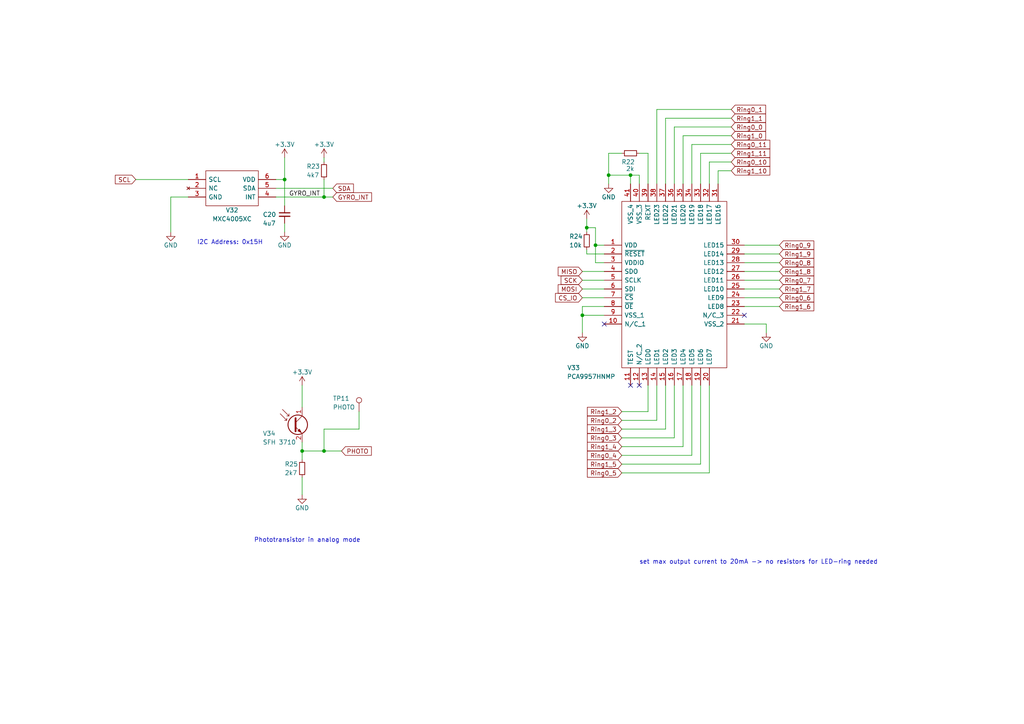
<source format=kicad_sch>
(kicad_sch (version 20211123) (generator eeschema)
  (paper "A4")
  (title_block (title "SmartWatch - [5] Sensors") (date "2022-06-19") (comment 4 "Simon Brenninger"))
  (lib_symbols
    (symbol "Connector:TestPoint" (pin_numbers hide) (pin_names (offset 0.762) hide)
      (property "Reference" "TP" (at 0 6.858 0))
      (property "Value" "TestPoint" (at 0 5.08 0))
      (symbol "TestPoint_0_1"
        (circle (center 0 3.302) (radius 0.762))
      )
      (symbol "TestPoint_1_1"
        (pin passive line (at 0 0 90) (length 2.54) (name "1") (number "1"))
      )
    )
    (symbol "Device:C_Small" (pin_numbers hide) (pin_names (offset 0.254) hide)
      (property "Reference" "C" (at 0.254 1.778 0))
      (property "Value" "C_Small" (at 0.254 -2.032 0))
      (symbol "C_Small_0_1"
        (polyline (pts (xy -1.524 -0.508) (xy 1.524 -0.508)) (stroke (width 0.3302)))
        (polyline (pts (xy -1.524 0.508) (xy 1.524 0.508)) (stroke (width 0.3048)))
      )
      (symbol "C_Small_1_1"
        (pin passive line (at 0 2.54 270) (length 2.032) (name "~") (number "1"))
        (pin passive line (at 0 -2.54 90) (length 2.032) (name "~") (number "2"))
      )
    )
    (symbol "Device:Q_Photo_NPN" (pin_names (offset 0) hide)
      (property "Reference" "Q" (at 5.08 1.27 0))
      (property "Value" "Q_Photo_NPN" (at 5.08 -1.27 0))
      (symbol "Q_Photo_NPN_0_1"
        (polyline (pts (xy -1.905 1.27) (xy -2.54 1.27)))
        (polyline (pts (xy -1.27 2.54) (xy -1.905 2.54)))
        (polyline (pts (xy 0.635 0.635) (xy 2.54 2.54)))
        (polyline (pts (xy -3.81 3.175) (xy -1.905 1.27) (xy -1.905 1.905)))
        (polyline (pts (xy -3.175 4.445) (xy -1.27 2.54) (xy -1.27 3.175)))
        (polyline (pts (xy 0.635 -0.635) (xy 2.54 -2.54) (xy 2.54 -2.54)))
        (polyline (pts (xy 0.635 1.905) (xy 0.635 -1.905) (xy 0.635 -1.905)) (stroke (width 0.508)))
        (polyline (pts (xy 1.27 -1.778) (xy 1.778 -1.27) (xy 2.286 -2.286) (xy 1.27 -1.778) (xy 1.27 -1.778)) (fill (type outline)))
        (circle (center 1.27 0) (radius 2.8194) (stroke (width 0.254)))
      )
      (symbol "Q_Photo_NPN_1_1"
        (pin passive line (at 2.54 5.08 270) (length 2.54) (name "C") (number "1"))
        (pin passive line (at 2.54 -5.08 90) (length 2.54) (name "E") (number "2"))
      )
    )
    (symbol "Device:R_Small" (pin_numbers hide) (pin_names (offset 0.254) hide)
      (property "Reference" "R" (at 0.762 0.508 0))
      (property "Value" "R_Small" (at 0.762 -1.016 0))
      (symbol "R_Small_0_1"
        (rectangle (start -0.762 1.778) (end 0.762 -1.778) (stroke (width 0.2032)))
      )
      (symbol "R_Small_1_1"
        (pin passive line (at 0 2.54 270) (length 0.762) (name "~") (number "1"))
        (pin passive line (at 0 -2.54 90) (length 0.762) (name "~") (number "2"))
      )
    )
    (symbol "Gyroscope:MXC4005XC" (pin_names (offset 0.762))
      (property "Reference" "IC" (at 21.59 7.62 0))
      (property "Value" "MXC4005XC" (at 21.59 5.08 0))
      (symbol "MXC4005XC_0_0"
        (pin passive line (at 0 0 0) (length 5.08) (name "SCL") (number "1"))
        (pin no_connect line (at 0 -2.54 0) (length 5.08) (name "NC") (number "2"))
        (pin passive line (at 0 -5.08 0) (length 5.08) (name "GND") (number "3"))
        (pin passive line (at 25.4 -5.08 180) (length 5.08) (name "INT") (number "4"))
        (pin passive line (at 25.4 -2.54 180) (length 5.08) (name "SDA") (number "5"))
        (pin passive line (at 25.4 0 180) (length 5.08) (name "VDD") (number "6"))
      )
      (symbol "MXC4005XC_0_1"
        (polyline (pts (xy 5.08 2.54) (xy 20.32 2.54) (xy 20.32 -7.62) (xy 5.08 -7.62) (xy 5.08 2.54)) (stroke (width 0.1524)))
      )
    )
    (symbol "I{slash}O-Expander:PCA9957HNMP" (pin_names (offset 0.762))
      (property "Reference" "IC" (at 36.83 17.78 0))
      (property "Value" "PCA9957HNMP" (at 36.83 15.24 0))
      (symbol "PCA9957HNMP_0_0"
        (pin passive line (at 0 0 0) (length 5.08) (name "VDD") (number "1"))
        (pin passive line (at 0 -22.86 0) (length 5.08) (name "N/C_1") (number "10"))
        (pin passive line (at 7.62 -40.64 90) (length 5.08) (name "TEST") (number "11"))
        (pin passive line (at 10.16 -40.64 90) (length 5.08) (name "N/C_2") (number "12"))
        (pin passive line (at 12.7 -40.64 90) (length 5.08) (name "LED0") (number "13"))
        (pin passive line (at 15.24 -40.64 90) (length 5.08) (name "LED1") (number "14"))
        (pin passive line (at 17.78 -40.64 90) (length 5.08) (name "LED2") (number "15"))
        (pin passive line (at 20.32 -40.64 90) (length 5.08) (name "LED3") (number "16"))
        (pin passive line (at 22.86 -40.64 90) (length 5.08) (name "LED4") (number "17"))
        (pin passive line (at 25.4 -40.64 90) (length 5.08) (name "LED5") (number "18"))
        (pin passive line (at 27.94 -40.64 90) (length 5.08) (name "LED6") (number "19"))
        (pin passive line (at 0 -2.54 0) (length 5.08) (name "~{RESET}") (number "2"))
        (pin passive line (at 30.48 -40.64 90) (length 5.08) (name "LED7") (number "20"))
        (pin passive line (at 40.64 -22.86 180) (length 5.08) (name "VSS_2") (number "21"))
        (pin passive line (at 40.64 -20.32 180) (length 5.08) (name "N/C_3") (number "22"))
        (pin passive line (at 40.64 -17.78 180) (length 5.08) (name "LED8") (number "23"))
        (pin passive line (at 40.64 -15.24 180) (length 5.08) (name "LED9") (number "24"))
        (pin passive line (at 40.64 -12.7 180) (length 5.08) (name "LED10") (number "25"))
        (pin passive line (at 40.64 -10.16 180) (length 5.08) (name "LED11") (number "26"))
        (pin passive line (at 40.64 -7.62 180) (length 5.08) (name "LED12") (number "27"))
        (pin passive line (at 40.64 -5.08 180) (length 5.08) (name "LED13") (number "28"))
        (pin passive line (at 40.64 -2.54 180) (length 5.08) (name "LED14") (number "29"))
        (pin passive line (at 0 -5.08 0) (length 5.08) (name "VDDIO") (number "3"))
        (pin passive line (at 40.64 0 180) (length 5.08) (name "LED15") (number "30"))
        (pin passive line (at 33.02 17.78 270) (length 5.08) (name "LED16") (number "31"))
        (pin passive line (at 30.48 17.78 270) (length 5.08) (name "LED17") (number "32"))
        (pin passive line (at 27.94 17.78 270) (length 5.08) (name "LED18") (number "33"))
        (pin passive line (at 25.4 17.78 270) (length 5.08) (name "LED19") (number "34"))
        (pin passive line (at 22.86 17.78 270) (length 5.08) (name "LED20") (number "35"))
        (pin passive line (at 20.32 17.78 270) (length 5.08) (name "LED21") (number "36"))
        (pin passive line (at 17.78 17.78 270) (length 5.08) (name "LED22") (number "37"))
        (pin passive line (at 15.24 17.78 270) (length 5.08) (name "LED23") (number "38"))
        (pin passive line (at 12.7 17.78 270) (length 5.08) (name "REXT") (number "39"))
        (pin passive line (at 0 -7.62 0) (length 5.08) (name "SDO") (number "4"))
        (pin passive line (at 10.16 17.78 270) (length 5.08) (name "VSS_3") (number "40"))
        (pin passive line (at 7.62 17.78 270) (length 5.08) (name "VSS_4") (number "41"))
        (pin passive line (at 0 -10.16 0) (length 5.08) (name "SCLK") (number "5"))
        (pin passive line (at 0 -12.7 0) (length 5.08) (name "SDI") (number "6"))
        (pin passive line (at 0 -15.24 0) (length 5.08) (name "~{CS}") (number "7"))
        (pin passive line (at 0 -17.78 0) (length 5.08) (name "~{OE}") (number "8"))
        (pin passive line (at 0 -20.32 0) (length 5.08) (name "VSS_1") (number "9"))
      )
      (symbol "PCA9957HNMP_0_1"
        (polyline (pts (xy 5.08 12.7) (xy 35.56 12.7) (xy 35.56 -35.56) (xy 5.08 -35.56) (xy 5.08 12.7)) (stroke (width 0.1524)))
      )
    )
    (symbol "power:+3.3V" (power) (pin_names (offset 0))
      (property "Value" "+3.3V" (at 0 3.556 0))
      (symbol "+3.3V_0_1"
        (polyline (pts (xy -0.762 1.27) (xy 0 2.54)))
        (polyline (pts (xy 0 0) (xy 0 2.54)))
        (polyline (pts (xy 0 2.54) (xy 0.762 1.27)))
      )
      (symbol "+3.3V_1_1"
        (pin power_in line (at 0 0 90) (length 0) hide (name "+3.3V") (number "1"))
      )
    )
    (symbol "power:GND" (power) (pin_names (offset 0))
      (property "Value" "GND" (at 0 -3.81 0))
      (symbol "GND_0_1"
        (polyline (pts (xy 0 0) (xy 0 -1.27) (xy 1.27 -1.27) (xy 0 -2.54) (xy -1.27 -1.27) (xy 0 -1.27)))
      )
      (symbol "GND_1_1"
        (pin power_in line (at 0 0 270) (length 0) hide (name "GND") (number "1"))
      )
    )
  )
  (junction (at 168.91 91.44))
  (junction (at 93.98 130.81))
  (junction (at 93.98 57.15))
  (junction (at 87.63 130.81))
  (junction (at 176.53 50.8))
  (junction (at 82.55 52.07))
  (junction (at 170.18 66.04))
  (junction (at 182.88 50.8))
  (junction (at 172.72 71.12))
  (no_connect (at 215.9 91.44))
  (no_connect (at 175.26 93.98))
  (no_connect (at 185.42 111.76))
  (no_connect (at 182.88 111.76))
  (wire (pts (xy 205.74 111.76) (xy 205.74 137.16)))
  (wire (pts (xy 200.66 132.08) (xy 180.34 132.08)))
  (wire (pts (xy 170.18 63.5) (xy 170.18 66.04)))
  (wire (pts (xy 82.55 67.31) (xy 82.55 64.77)))
  (wire (pts (xy 205.74 53.34) (xy 205.74 46.99)))
  (wire (pts (xy 93.98 52.07) (xy 93.98 57.15)))
  (wire (pts (xy 185.42 53.34) (xy 185.42 50.8)))
  (wire (pts (xy 93.98 45.72) (xy 93.98 46.99)))
  (wire (pts (xy 170.18 73.66) (xy 170.18 72.39)))
  (wire (pts (xy 49.53 57.15) (xy 49.53 67.31)))
  (wire (pts (xy 215.9 81.28) (xy 226.06 81.28)))
  (wire (pts (xy 99.06 130.81) (xy 93.98 130.81)))
  (wire (pts (xy 198.12 129.54) (xy 198.12 111.76)))
  (wire (pts (xy 195.58 53.34) (xy 195.58 36.83)))
  (wire (pts (xy 182.88 50.8) (xy 182.88 53.34)))
  (wire (pts (xy 200.66 53.34) (xy 200.66 41.91)))
  (wire (pts (xy 222.25 93.98) (xy 215.9 93.98)))
  (wire (pts (xy 190.5 31.75) (xy 212.09 31.75)))
  (wire (pts (xy 208.28 49.53) (xy 208.28 53.34)))
  (wire (pts (xy 175.26 71.12) (xy 172.72 71.12)))
  (wire (pts (xy 180.34 124.46) (xy 193.04 124.46)))
  (wire (pts (xy 168.91 86.36) (xy 175.26 86.36)))
  (wire (pts (xy 195.58 127) (xy 195.58 111.76)))
  (wire (pts (xy 170.18 66.04) (xy 170.18 67.31)))
  (wire (pts (xy 215.9 78.74) (xy 226.06 78.74)))
  (wire (pts (xy 172.72 66.04) (xy 170.18 66.04)))
  (wire (pts (xy 168.91 78.74) (xy 175.26 78.74)))
  (wire (pts (xy 176.53 50.8) (xy 182.88 50.8)))
  (wire (pts (xy 87.63 111.76) (xy 87.63 118.11)))
  (wire (pts (xy 82.55 45.72) (xy 82.55 52.07)))
  (wire (pts (xy 168.91 83.82) (xy 175.26 83.82)))
  (wire (pts (xy 215.9 88.9) (xy 226.06 88.9)))
  (wire (pts (xy 185.42 50.8) (xy 182.88 50.8)))
  (wire (pts (xy 54.61 57.15) (xy 49.53 57.15)))
  (wire (pts (xy 93.98 124.46) (xy 93.98 130.81)))
  (wire (pts (xy 200.66 111.76) (xy 200.66 132.08)))
  (wire (pts (xy 93.98 57.15) (xy 96.52 57.15)))
  (wire (pts (xy 180.34 119.38) (xy 187.96 119.38)))
  (wire (pts (xy 168.91 91.44) (xy 168.91 96.52)))
  (wire (pts (xy 200.66 41.91) (xy 212.09 41.91)))
  (wire (pts (xy 198.12 39.37) (xy 198.12 53.34)))
  (wire (pts (xy 82.55 52.07) (xy 80.01 52.07)))
  (wire (pts (xy 87.63 130.81) (xy 87.63 133.35)))
  (wire (pts (xy 203.2 134.62) (xy 203.2 111.76)))
  (wire (pts (xy 180.34 121.92) (xy 190.5 121.92)))
  (wire (pts (xy 215.9 86.36) (xy 226.06 86.36)))
  (wire (pts (xy 212.09 44.45) (xy 203.2 44.45)))
  (wire (pts (xy 215.9 83.82) (xy 226.06 83.82)))
  (wire (pts (xy 176.53 53.34) (xy 176.53 50.8)))
  (wire (pts (xy 176.53 44.45) (xy 176.53 50.8)))
  (wire (pts (xy 104.14 119.38) (xy 104.14 124.46)))
  (wire (pts (xy 80.01 54.61) (xy 96.52 54.61)))
  (wire (pts (xy 168.91 88.9) (xy 168.91 91.44)))
  (wire (pts (xy 180.34 129.54) (xy 198.12 129.54)))
  (wire (pts (xy 190.5 53.34) (xy 190.5 31.75)))
  (wire (pts (xy 93.98 130.81) (xy 87.63 130.81)))
  (wire (pts (xy 215.9 71.12) (xy 226.06 71.12)))
  (wire (pts (xy 215.9 76.2) (xy 226.06 76.2)))
  (wire (pts (xy 175.26 88.9) (xy 168.91 88.9)))
  (wire (pts (xy 205.74 46.99) (xy 212.09 46.99)))
  (wire (pts (xy 82.55 59.69) (xy 82.55 52.07)))
  (wire (pts (xy 187.96 44.45) (xy 185.42 44.45)))
  (wire (pts (xy 175.26 73.66) (xy 170.18 73.66)))
  (wire (pts (xy 212.09 34.29) (xy 193.04 34.29)))
  (wire (pts (xy 203.2 44.45) (xy 203.2 53.34)))
  (wire (pts (xy 180.34 44.45) (xy 176.53 44.45)))
  (wire (pts (xy 180.34 127) (xy 195.58 127)))
  (wire (pts (xy 168.91 81.28) (xy 175.26 81.28)))
  (wire (pts (xy 222.25 96.52) (xy 222.25 93.98)))
  (wire (pts (xy 212.09 49.53) (xy 208.28 49.53)))
  (wire (pts (xy 187.96 53.34) (xy 187.96 44.45)))
  (wire (pts (xy 87.63 143.51) (xy 87.63 138.43)))
  (wire (pts (xy 104.14 124.46) (xy 93.98 124.46)))
  (wire (pts (xy 195.58 36.83) (xy 212.09 36.83)))
  (wire (pts (xy 205.74 137.16) (xy 180.34 137.16)))
  (wire (pts (xy 172.72 71.12) (xy 172.72 66.04)))
  (wire (pts (xy 187.96 111.76) (xy 187.96 119.38)))
  (wire (pts (xy 215.9 73.66) (xy 226.06 73.66)))
  (wire (pts (xy 39.37 52.07) (xy 54.61 52.07)))
  (wire (pts (xy 193.04 124.46) (xy 193.04 111.76)))
  (wire (pts (xy 87.63 128.27) (xy 87.63 130.81)))
  (wire (pts (xy 80.01 57.15) (xy 93.98 57.15)))
  (wire (pts (xy 175.26 91.44) (xy 168.91 91.44)))
  (wire (pts (xy 212.09 39.37) (xy 198.12 39.37)))
  (wire (pts (xy 193.04 34.29) (xy 193.04 53.34)))
  (wire (pts (xy 172.72 76.2) (xy 172.72 71.12)))
  (wire (pts (xy 180.34 134.62) (xy 203.2 134.62)))
  (wire (pts (xy 175.26 76.2) (xy 172.72 76.2)))
  (wire (pts (xy 190.5 121.92) (xy 190.5 111.76)))
  (text "set max output current to 20mA -> no resistors for LED-ring needed" (at 185.42 163.83 0) (effects (font (size 1.27 1.27)) (justify left bottom)))
  (text "I2C Address: 0x15H" (at 57.15 71.12 0) (effects (font (size 1.27 1.27)) (justify left bottom)))
  (text "Phototransistor in analog mode" (at 73.66 157.48 0) (effects (font (size 1.27 1.27)) (justify left bottom)))
  (label "GYRO_INT" (at 83.82 57.15 0))
  (global_label "Ring0_6" (shape input) (at 226.06 86.36 0) (property "Intersheet References" "${INTERSHEET_REFS}" (effects hide)))
  (global_label "SDA" (shape input) (at 96.52 54.61 0) (property "Intersheet References" "${INTERSHEET_REFS}" (effects hide)))
  (global_label "Ring0_8" (shape input) (at 226.06 76.2 0) (property "Intersheet References" "${INTERSHEET_REFS}" (effects hide)))
  (global_label "Ring0_10" (shape input) (at 212.09 46.99 0) (property "Intersheet References" "${INTERSHEET_REFS}" (effects hide)))
  (global_label "Ring1_10" (shape input) (at 212.09 49.53 0) (property "Intersheet References" "${INTERSHEET_REFS}" (effects hide)))
  (global_label "Ring0_11" (shape input) (at 212.09 41.91 0) (property "Intersheet References" "${INTERSHEET_REFS}" (effects hide)))
  (global_label "PHOTO" (shape input) (at 99.06 130.81 0) (property "Intersheet References" "${INTERSHEET_REFS}" (effects hide)))
  (global_label "Ring0_7" (shape input) (at 226.06 81.28 0) (property "Intersheet References" "${INTERSHEET_REFS}" (effects hide)))
  (global_label "Ring1_1" (shape input) (at 212.09 34.29 0) (property "Intersheet References" "${INTERSHEET_REFS}" (effects hide)))
  (global_label "Ring1_11" (shape input) (at 212.09 44.45 0) (property "Intersheet References" "${INTERSHEET_REFS}" (effects hide)))
  (global_label "Ring1_4" (shape input) (at 180.34 129.54 180) (property "Intersheet References" "${INTERSHEET_REFS}" (effects hide)))
  (global_label "Ring0_2" (shape input) (at 180.34 121.92 180) (property "Intersheet References" "${INTERSHEET_REFS}" (effects hide)))
  (global_label "SCK" (shape input) (at 168.91 81.28 180) (property "Intersheet References" "${INTERSHEET_REFS}" (effects hide)))
  (global_label "MOSI" (shape input) (at 168.91 83.82 180) (property "Intersheet References" "${INTERSHEET_REFS}" (effects hide)))
  (global_label "Ring1_7" (shape input) (at 226.06 83.82 0) (property "Intersheet References" "${INTERSHEET_REFS}" (effects hide)))
  (global_label "Ring0_9" (shape input) (at 226.06 71.12 0) (property "Intersheet References" "${INTERSHEET_REFS}" (effects hide)))
  (global_label "Ring0_4" (shape input) (at 180.34 132.08 180) (property "Intersheet References" "${INTERSHEET_REFS}" (effects hide)))
  (global_label "MISO" (shape input) (at 168.91 78.74 180) (property "Intersheet References" "${INTERSHEET_REFS}" (effects hide)))
  (global_label "Ring1_5" (shape input) (at 180.34 134.62 180) (property "Intersheet References" "${INTERSHEET_REFS}" (effects hide)))
  (global_label "CS_IO" (shape input) (at 168.91 86.36 180) (property "Intersheet References" "${INTERSHEET_REFS}" (effects hide)))
  (global_label "GYRO_INT" (shape input) (at 96.52 57.15 0) (property "Intersheet References" "${INTERSHEET_REFS}" (effects hide)))
  (global_label "Ring0_1" (shape input) (at 212.09 31.75 0) (property "Intersheet References" "${INTERSHEET_REFS}" (effects hide)))
  (global_label "SCL" (shape input) (at 39.37 52.07 180) (property "Intersheet References" "${INTERSHEET_REFS}" (effects hide)))
  (global_label "Ring0_5" (shape input) (at 180.34 137.16 180) (property "Intersheet References" "${INTERSHEET_REFS}" (effects hide)))
  (global_label "Ring1_9" (shape input) (at 226.06 73.66 0) (property "Intersheet References" "${INTERSHEET_REFS}" (effects hide)))
  (global_label "Ring1_2" (shape input) (at 180.34 119.38 180) (property "Intersheet References" "${INTERSHEET_REFS}" (effects hide)))
  (global_label "Ring1_0" (shape input) (at 212.09 39.37 0) (property "Intersheet References" "${INTERSHEET_REFS}" (effects hide)))
  (global_label "Ring1_8" (shape input) (at 226.06 78.74 0) (property "Intersheet References" "${INTERSHEET_REFS}" (effects hide)))
  (global_label "Ring1_3" (shape input) (at 180.34 124.46 180) (property "Intersheet References" "${INTERSHEET_REFS}" (effects hide)))
  (global_label "Ring0_0" (shape input) (at 212.09 36.83 0) (property "Intersheet References" "${INTERSHEET_REFS}" (effects hide)))
  (global_label "Ring0_3" (shape input) (at 180.34 127 180) (property "Intersheet References" "${INTERSHEET_REFS}" (effects hide)))
  (global_label "Ring1_6" (shape input) (at 226.06 88.9 0) (property "Intersheet References" "${INTERSHEET_REFS}" (effects hide)))
  (symbol (lib_id "power:+3.3V") (at 82.55 45.72 0) (unit 1)
    (property "Reference" "#PWR074" (effects hide))
    (property "Value" "+3.3V" (at 82.55 41.91 0))
  )
  (symbol (lib_id "power:GND") (at 49.53 67.31 0) (unit 1)
    (property "Reference" "#PWR078" (effects hide))
    (property "Value" "GND" (at 49.53 71.12 0))
  )
  (symbol (lib_id "Device:Q_Photo_NPN") (at 85.09 123.19 0) (unit 1)
    (property "Reference" "V34" (at 76.2 125.73 0) (effects (justify left)))
    (property "Value" "SFH 3710" (at 76.2 128.27 0) (effects (justify left)))
    (property "Footprint" "Phototransistor:LEDC2012X95N" (effects hide))
    (property "Mouser Part Number" "SFH 3710-Z" (effects hide))
  )
  (symbol (lib_id "Device:R_Small") (at 170.18 69.85 0) (unit 1)
    (property "Reference" "R24" (at 165.1 68.58 0) (effects (justify left)))
    (property "Value" "10k" (at 165.1 71.12 0) (effects (justify left)))
    (property "Footprint" "Resistor_SMD:R_0603_1608Metric" (effects hide))
  )
  (symbol (lib_id "power:+3.3V") (at 170.18 63.5 0) (unit 1)
    (property "Reference" "#PWR077" (effects hide))
    (property "Value" "+3.3V" (at 170.18 59.69 0))
  )
  (symbol (lib_id "power:GND") (at 87.63 143.51 0) (unit 1)
    (property "Reference" "#PWR083" (effects hide))
    (property "Value" "GND" (at 87.63 147.32 0))
  )
  (symbol (lib_id "Device:R_Small") (at 93.98 49.53 0) (unit 1)
    (property "Reference" "R23" (at 88.9 48.26 0) (effects (justify left)))
    (property "Value" "4k7" (at 88.9 50.8 0) (effects (justify left)))
    (property "Footprint" "Resistor_SMD:R_0603_1608Metric" (effects hide))
  )
  (symbol (lib_id "Device:R_Small") (at 182.88 44.45 90) (unit 1)
    (property "Reference" "R22" (at 184.15 46.99 90) (effects (justify left)))
    (property "Value" "2k" (at 184.016 48.9251 90) (effects (justify left)))
    (property "Footprint" "Resistor_SMD:R_0603_1608Metric" (effects hide))
  )
  (symbol (lib_id "Gyroscope:MXC4005XC") (at 54.61 52.07 0) (unit 1)
    (property "Reference" "V32" (at 67.31 60.96 0))
    (property "Value" "MXC4005XC" (at 67.31 63.5 0))
    (property "Footprint" "Gyroscope:MXC4005XC" (effects hide))
    (property "Datasheet" "https://datasheet.datasheetarchive.com/originals/distributors/Datasheets_SAMA/aa0fcdfc55209a6ab2215b00180fe2f1.pdf" (effects hide))
    (property "Description" "Accelerometers Monolithic and Wafer Level Packaged Three-Axis Accelerometer" (effects hide))
    (property "Height" "0.885" (effects hide))
    (property "Mouser Part Number" "438-MXC4005XC" (effects hide))
    (property "Mouser Price/Stock" "https://www.mouser.co.uk/ProductDetail/MEMSIC/MXC4005XC?qs=RcG8xmE7yp3iyYgWLmAtUw%3D%3D" (effects hide))
    (property "Manufacturer_Name" "MEMSIC" (effects hide))
    (property "Manufacturer_Part_Number" "MXC4005XC" (effects hide))
  )
  (symbol (lib_id "power:GND") (at 176.53 53.34 0) (unit 1)
    (property "Reference" "#PWR076" (effects hide))
    (property "Value" "GND" (at 176.53 57.15 0))
  )
  (symbol (lib_id "power:GND") (at 82.55 67.31 0) (unit 1)
    (property "Reference" "#PWR079" (effects hide))
    (property "Value" "GND" (at 82.55 71.12 0))
  )
  (symbol (lib_id "power:GND") (at 168.91 96.52 0) (unit 1)
    (property "Reference" "#PWR080" (effects hide))
    (property "Value" "GND" (at 168.91 100.33 0))
  )
  (symbol (lib_id "Device:C_Small") (at 82.55 62.23 0) (unit 1)
    (property "Reference" "C20" (at 76.2 62.23 0) (effects (justify left)))
    (property "Value" "4u7" (at 76.2 64.77 0) (effects (justify left)))
    (property "Footprint" "Capacitor_SMD:C_0603_1608Metric" (effects hide))
  )
  (symbol (lib_id "I{slash}O-Expander:PCA9957HNMP") (at 175.26 71.12 0) (unit 1)
    (property "Reference" "V33" (at 166.37 106.68 0))
    (property "Value" "PCA9957HNMP" (at 171.45 109.22 0))
    (property "Footprint" "Package_DFN_QFN:QFN-40-1EP_5x5mm_P0.4mm_EP3.6x3.6mm" (effects hide))
    (property "Datasheet" "https://componentsearchengine.com/Datasheets/2/PCA9957HNMP.pdf" (effects hide))
    (property "Description" "LED Lighting Drivers I2C 5 V Constant Current LED Controller" (effects hide))
    (property "Height" "1" (effects hide))
    (property "Manufacturer_Name" "NXP" (effects hide))
    (property "Manufacturer_Part_Number" "PCA9957HNMP" (effects hide))
    (property "Mouser Part Number" "PCA9957HNMP" (effects hide))
  )
  (symbol (lib_id "Device:R_Small") (at 87.63 135.89 0) (unit 1)
    (property "Reference" "R25" (at 82.55 134.62 0) (effects (justify left)))
    (property "Value" "2k7" (at 82.55 137.16 0) (effects (justify left)))
    (property "Footprint" "Resistor_SMD:R_0603_1608Metric" (effects hide))
  )
  (symbol (lib_id "power:GND") (at 222.25 96.52 0) (unit 1)
    (property "Reference" "#PWR081" (effects hide))
    (property "Value" "GND" (at 222.25 100.33 0))
  )
  (symbol (lib_id "Connector:TestPoint") (at 104.14 119.38 0) (unit 1)
    (property "Reference" "TP11" (at 96.52 115.57 0) (effects (justify left)))
    (property "Value" "PHOTO" (at 96.52 118.11 0) (effects (justify left)))
    (property "Footprint" "TestPoint:TestPoint_Pad_D1.0mm" (effects hide))
  )
  (symbol (lib_id "power:+3.3V") (at 93.98 45.72 0) (unit 1)
    (property "Reference" "#PWR075" (effects hide))
    (property "Value" "+3.3V" (at 93.98 41.91 0))
  )
  (symbol (lib_id "power:+3.3V") (at 87.63 111.76 0) (unit 1)
    (property "Reference" "#PWR082" (effects hide))
    (property "Value" "+3.3V" (at 87.63 107.95 0))
  )
)
</source>
